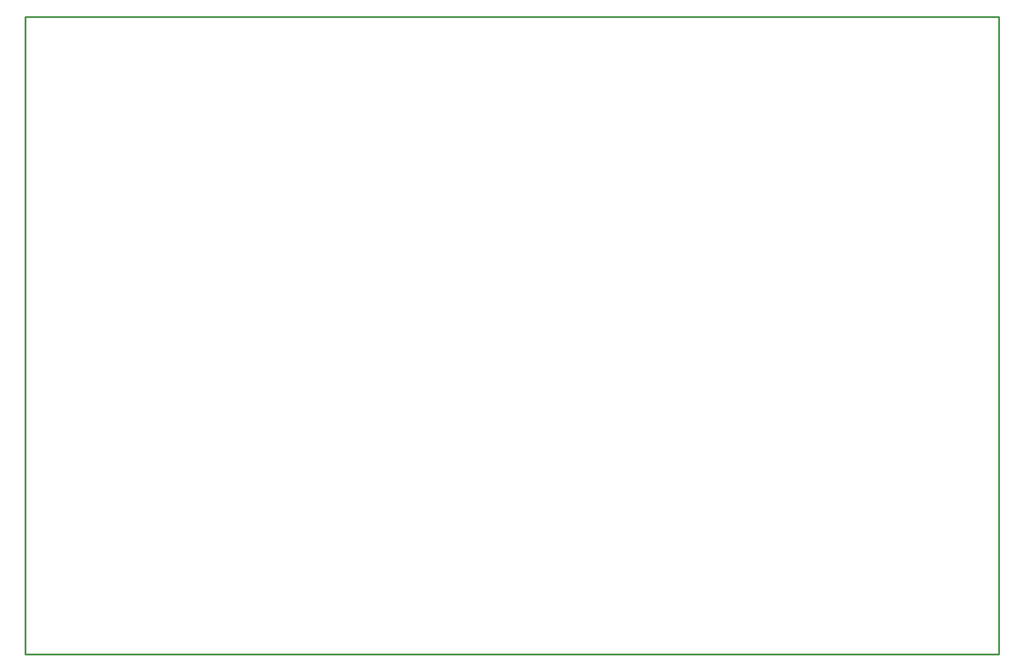
<source format=gko>
G04 Layer: BoardOutlineLayer*
G04 EasyEDA Pro v2.2.37.3, 2025-05-01 14:47:59*
G04 Gerber Generator version 0.3*
G04 Scale: 100 percent, Rotated: No, Reflected: No*
G04 Dimensions in millimeters*
G04 Leading zeros omitted, absolute positions, 4 integers and 5 decimals*
%FSLAX45Y45*%
%MOMM*%
%ADD10C,0.254*%
G75*


G04 PolygonModel Start*
G54D10*
G01X6886171Y-4508500D02*
G01X-6856649Y-4508500D01*
G01X-6856649Y4491482D02*
G01X6886176Y4491482D01*
G01X-6856649Y4491482D02*
G01X-6856649Y-4508500D01*
G01X6886171Y-4508500D02*
G01X6886171Y4491482D01*

M02*


</source>
